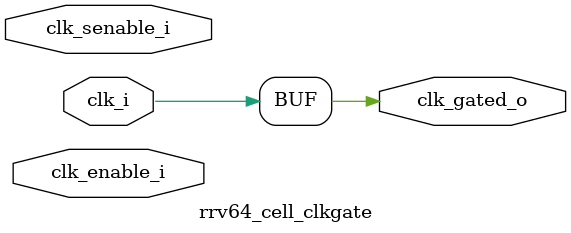
<source format=v>
module rrv64_cell_clkgate (
    input wire clk_i,
    input wire clk_enable_i,
    input wire clk_senable_i,
    output wire clk_gated_o
);

// CKGATE
// CKGATE_inst
//     (
//         .cko (clk_gated_o),
//         .cki (clk_i      ),
//         .e   (clk_enable_i),
//         .te  (clk_senable_i),   
//     );

    // wire clk_en;
    // reg clk_en_reg;

    // assign clk_en = clk_enable_i | clk_senable_i;

    // always @ (clk_i or clk_en) begin
    //     if(clk_i == 1'b0) begin
    //         clk_en_reg <= clk_en;
    //     end
    // end

    // assign clk_gated_o = clk_i & clk_en_reg;
    assign clk_gated_o = clk_i;

endmodule
</source>
